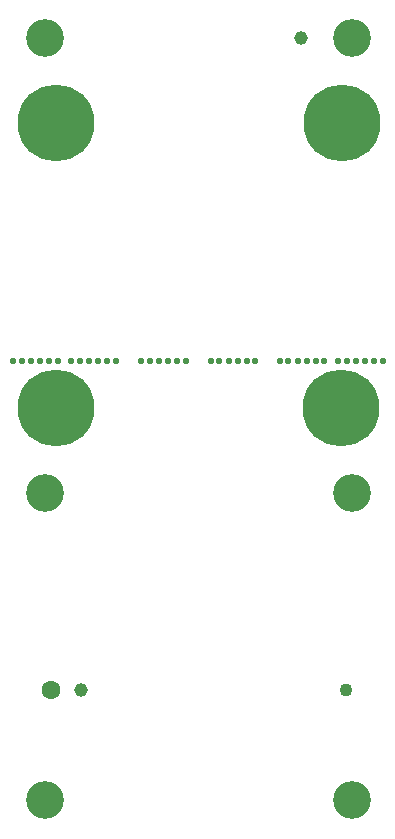
<source format=gbs>
%TF.GenerationSoftware,KiCad,Pcbnew,7.0.11-2.fc39*%
%TF.CreationDate,2024-03-16T22:06:29+01:00*%
%TF.ProjectId,mini-pcie-breakout,6d696e69-2d70-4636-9965-2d627265616b,rev?*%
%TF.SameCoordinates,Original*%
%TF.FileFunction,Soldermask,Bot*%
%TF.FilePolarity,Negative*%
%FSLAX46Y46*%
G04 Gerber Fmt 4.6, Leading zero omitted, Abs format (unit mm)*
G04 Created by KiCad (PCBNEW 7.0.11-2.fc39) date 2024-03-16 22:06:29*
%MOMM*%
%LPD*%
G01*
G04 APERTURE LIST*
%ADD10C,0.550000*%
%ADD11C,3.200000*%
%ADD12C,1.152000*%
%ADD13C,1.100000*%
%ADD14C,1.600000*%
%ADD15C,6.500000*%
G04 APERTURE END LIST*
D10*
%TO.C,REF\u002A\u002A5*%
X71850000Y-58800000D03*
X72600000Y-58800000D03*
X73400000Y-58800000D03*
X74150000Y-58800000D03*
X74900000Y-58800000D03*
X75650000Y-58800000D03*
%TD*%
%TO.C,REF\u002A\u002A4*%
X70700000Y-58800000D03*
X69950000Y-58800000D03*
X69200000Y-58800000D03*
X68450000Y-58800000D03*
X67650000Y-58800000D03*
X66900000Y-58800000D03*
%TD*%
%TO.C,REF\u002A\u002A3*%
X61050000Y-58800000D03*
X61800000Y-58800000D03*
X62600000Y-58800000D03*
X63350000Y-58800000D03*
X64100000Y-58800000D03*
X64850000Y-58800000D03*
%TD*%
%TO.C,REF\u002A\u002A2*%
X55150000Y-58800000D03*
X55900000Y-58800000D03*
X56700000Y-58800000D03*
X57450000Y-58800000D03*
X58200000Y-58800000D03*
X58950000Y-58800000D03*
%TD*%
%TO.C,REF\u002A\u002A1*%
X49250000Y-58800000D03*
X50000000Y-58800000D03*
X50800000Y-58800000D03*
X51550000Y-58800000D03*
X52300000Y-58800000D03*
X53050000Y-58800000D03*
%TD*%
%TO.C,REF\u002A\u002A*%
X44300000Y-58800000D03*
X45050000Y-58800000D03*
X45850000Y-58800000D03*
X46600000Y-58800000D03*
X47350000Y-58800000D03*
X48100000Y-58800000D03*
%TD*%
D11*
%TO.C,H12*%
X73000000Y-70000000D03*
%TD*%
%TO.C,H11*%
X47000000Y-70000000D03*
%TD*%
%TO.C,H7*%
X47000000Y-31500000D03*
%TD*%
%TO.C,H8*%
X47000000Y-96000000D03*
%TD*%
D12*
%TO.C,H9*%
X50110141Y-86650000D03*
%TD*%
D13*
%TO.C,J1*%
X72550000Y-86700000D03*
D14*
X47550000Y-86700000D03*
%TD*%
D12*
%TO.C,H10*%
X68750000Y-31500000D03*
%TD*%
D11*
%TO.C,H5*%
X73000000Y-31500000D03*
%TD*%
D15*
%TO.C,H3*%
X72100000Y-62800000D03*
%TD*%
%TO.C,H4*%
X48000000Y-62800000D03*
%TD*%
D11*
%TO.C,H6*%
X73000000Y-96000000D03*
%TD*%
D15*
%TO.C,H2*%
X47950000Y-38650000D03*
%TD*%
%TO.C,H1*%
X72150000Y-38650000D03*
%TD*%
M02*

</source>
